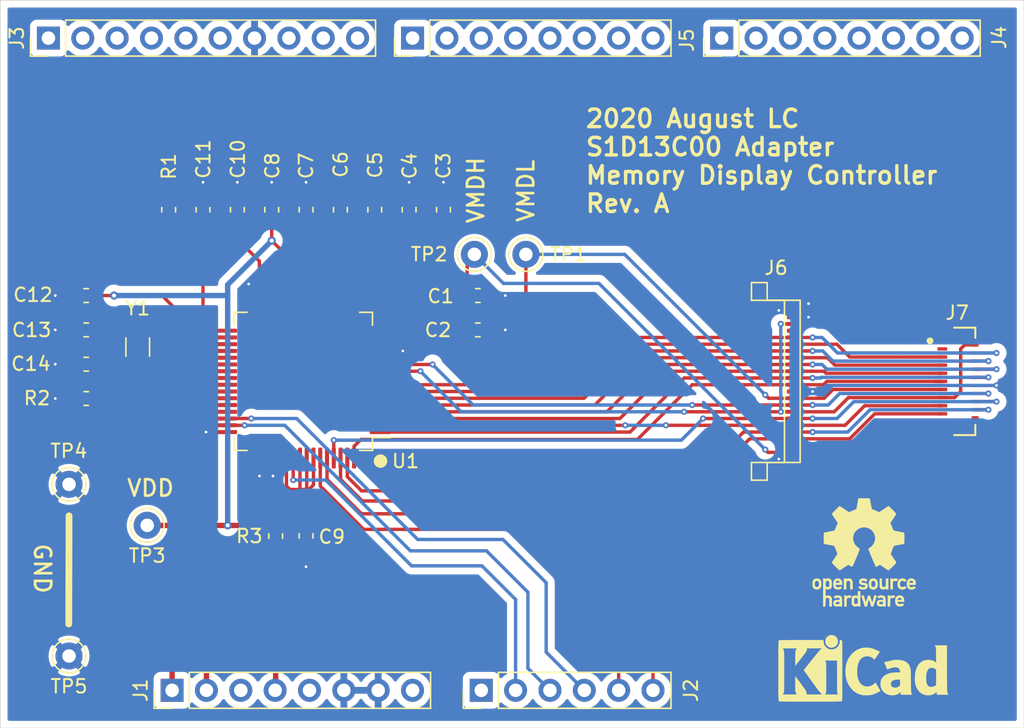
<source format=kicad_pcb>
(kicad_pcb (version 20171130) (host pcbnew "(5.1.5)-3")
  (layers (0 F.Cu signal) (31 B.Cu signal) (34 B.Paste user hide) (35 F.Paste user hide) (36 B.SilkS user) (37 F.SilkS user) (38 B.Mask user) (39 F.Mask user) (44 Edge.Cuts user))
  (net 0 "")
  (net 1 GND)
  (net 2 VDD)
  (net 3 "/Arduino Mega Header/VIN")
  (net 4 "/Arduino Mega Header/+5V")
  (net 5 "/Arduino Mega Header/RESET")
  (net 6 "Net-(J2-Pad1)")
  (net 7 "Net-(J3-Pad8)")
  (net 8 "Net-(J3-Pad6)")
  (net 9 "Net-(J3-Pad5)")
  (net 10 "Net-(J3-Pad4)")
  (net 11 "Net-(J3-Pad3)")
  (net 12 "Net-(J3-Pad2)")
  (net 13 "Net-(J3-Pad1)")
  (net 14 "Net-(J4-Pad8)")
  (net 15 "Net-(J4-Pad6)")
  (net 16 "Net-(J4-Pad5)")
  (net 17 "Net-(J4-Pad4)")
  (net 18 "Net-(J4-Pad3)")
  (net 19 "Net-(J4-Pad2)")
  (net 20 "Net-(J4-Pad1)")
  (net 21 "Net-(J6-Pad3)")
  (net 22 "Net-(U1-Pad45)")
  (net 23 "Net-(U1-Pad44)")
  (net 24 "Net-(U1-Pad43)")
  (net 25 "Net-(U1-Pad42)")
  (net 26 "Net-(U1-Pad41)")
  (net 27 "Net-(U1-Pad40)")
  (net 28 "Net-(U1-Pad39)")
  (net 29 "Net-(U1-Pad38)")
  (net 30 "Net-(U1-Pad30)")
  (net 31 "Net-(U1-Pad29)")
  (net 32 "Net-(U1-Pad28)")
  (net 33 "Net-(U1-Pad27)")
  (net 34 "Net-(U1-Pad26)")
  (net 35 "Net-(U1-Pad25)")
  (net 36 "Net-(U1-Pad24)")
  (net 37 "Net-(U1-Pad23)")
  (net 38 VMDH)
  (net 39 VMDL)
  (net 40 HCK)
  (net 41 XFRP)
  (net 42 XRST)
  (net 43 VCK)
  (net 44 RED1)
  (net 45 GRN1)
  (net 46 BLU1)
  (net 47 VCOM)
  (net 48 HST)
  (net 49 ENB)
  (net 50 VST)
  (net 51 RED0)
  (net 52 GRN0)
  (net 53 BLU0)
  (net 54 "#SS")
  (net 55 SCLK)
  (net 56 IRQ)
  (net 57 MISO)
  (net 58 MOSI)
  (net 59 "Net-(J5-Pad3)")
  (net 60 "Net-(J7-Pad2)")
  (net 61 "Net-(J7-Pad19)")
  (net 62 "Net-(J7-Pad21)")
  (net 63 "/Memory Display Controller/VC3")
  (net 64 "/Memory Display Controller/VC2")
  (net 65 "/Memory Display Controller/CP1")
  (net 66 "/Memory Display Controller/CP3")
  (net 67 "/Memory Display Controller/CP2")
  (net 68 "/Memory Display Controller/VC1")
  (net 69 "/Memory Display Controller/VD1")
  (net 70 "/Memory Display Controller/#RESET")
  (net 71 "/Memory Display Controller/OSC1")
  (net 72 "/Memory Display Controller/OSC2")
  (net 73 "/Memory Display Controller/TEST")
  (net 74 "Net-(J3-Pad10)")
  (net 75 "Net-(J3-Pad9)")
  (net 76 "Net-(J4-Pad7)")
  (net 77 "Net-(J5-Pad1)")
  (net 78 "Net-(J5-Pad2)")
  (net 79 "Net-(J5-Pad4)")
  (net 80 "Net-(J5-Pad5)")
  (net 81 "Net-(J5-Pad6)")
  (net 82 "Net-(J5-Pad7)")
  (net 83 "Net-(J5-Pad8)")
  (net 84 "Net-(J6-Pad20)")
  (net 85 "Net-(J1-Pad1)")
  (module Symbol:OSHW-Logo_7.5x8mm_SilkScreen (layer F.Cu) (at 155.3 88.85)
    (fp_text reference REF** hide)
    (fp_text value OSHW-Logo_7.5x8mm_SilkScreen hide)
  )
  (module Symbol:KiCad-Logo_5mm_SilkScreen (layer F.Cu) (at 155.25 97.95)
    (fp_text reference REF** hide)
    (fp_text value KiCad-Logo_5mm_SilkScreen hide)
  )
  (module Package_QFP:LQFP-64_10x10mm_P0.5mm (layer F.Cu) (at 113.846 76.2 180)
    (fp_text reference U1 (at -7.554 -5.9) (layer F.SilkS))
    (fp_text value S1D13C00)
    (pad 64 smd roundrect (at -3.75 -5.675 180) (size 0.3 1.55) (layers F.Cu F.Paste F.Mask) (net 48 HST))
    (pad 63 smd roundrect (at -3.25 -5.675 180) (size 0.3 1.55) (layers F.Cu F.Paste F.Mask) (net 43 VCK))
    (pad 62 smd roundrect (at -2.75 -5.675 180) (size 0.3 1.55) (layers F.Cu F.Paste F.Mask) (net 50 VST))
    (pad 61 smd roundrect (at -2.25 -5.675 180) (size 0.3 1.55) (layers F.Cu F.Paste F.Mask) (net 42 XRST))
    (pad 60 smd roundrect (at -1.75 -5.675 180) (size 0.3 1.55) (layers F.Cu F.Paste F.Mask) (net 54 "#SS"))
    (pad 59 smd roundrect (at -1.25 -5.675 180) (size 0.3 1.55) (layers F.Cu F.Paste F.Mask) (net 55 SCLK))
    (pad 58 smd roundrect (at -0.75 -5.675 180) (size 0.3 1.55) (layers F.Cu F.Paste F.Mask) (net 2 VDD))
    (pad 57 smd roundrect (at -0.25 -5.675 180) (size 0.3 1.55) (layers F.Cu F.Paste F.Mask) (net 2 VDD))
    (pad 56 smd roundrect (at 0.25 -5.675 180) (size 0.3 1.55) (layers F.Cu F.Paste F.Mask) (net 2 VDD))
    (pad 55 smd roundrect (at 0.75 -5.675 180) (size 0.3 1.55) (layers F.Cu F.Paste F.Mask) (net 56 IRQ))
    (pad 54 smd roundrect (at 1.25 -5.675 180) (size 0.3 1.55) (layers F.Cu F.Paste F.Mask) (net 2 VDD))
    (pad 53 smd roundrect (at 1.75 -5.675 180) (size 0.3 1.55) (layers F.Cu F.Paste F.Mask) (net 1 GND))
    (pad 52 smd roundrect (at 2.25 -5.675 180) (size 0.3 1.55) (layers F.Cu F.Paste F.Mask) (net 1 GND))
    (pad 51 smd roundrect (at 2.75 -5.675 180) (size 0.3 1.55) (layers F.Cu F.Paste F.Mask) (net 1 GND))
    (pad 50 smd roundrect (at 3.25 -5.675 180) (size 0.3 1.55) (layers F.Cu F.Paste F.Mask) (net 1 GND))
    (pad 49 smd roundrect (at 3.75 -5.675 180) (size 0.3 1.55) (layers F.Cu F.Paste F.Mask) (net 1 GND))
    (pad 48 smd roundrect (at 5.675 -3.75 180) (size 1.55 0.3) (layers F.Cu F.Paste F.Mask) (net 1 GND))
    (pad 47 smd roundrect (at 5.675 -3.25 180) (size 1.55 0.3) (layers F.Cu F.Paste F.Mask) (net 57 MISO))
    (pad 46 smd roundrect (at 5.675 -2.75 180) (size 1.55 0.3) (layers F.Cu F.Paste F.Mask) (net 58 MOSI))
    (pad 45 smd roundrect (at 5.675 -2.25 180) (size 1.55 0.3) (layers F.Cu F.Paste F.Mask) (net 22 "Net-(U1-Pad45)"))
    (pad 44 smd roundrect (at 5.675 -1.75 180) (size 1.55 0.3) (layers F.Cu F.Paste F.Mask) (net 23 "Net-(U1-Pad44)"))
    (pad 43 smd roundrect (at 5.675 -1.25 180) (size 1.55 0.3) (layers F.Cu F.Paste F.Mask) (net 24 "Net-(U1-Pad43)"))
    (pad 42 smd roundrect (at 5.675 -0.75 180) (size 1.55 0.3) (layers F.Cu F.Paste F.Mask) (net 25 "Net-(U1-Pad42)"))
    (pad 41 smd roundrect (at 5.675 -0.25 180) (size 1.55 0.3) (layers F.Cu F.Paste F.Mask) (net 26 "Net-(U1-Pad41)"))
    (pad 40 smd roundrect (at 5.675 0.25 180) (size 1.55 0.3) (layers F.Cu F.Paste F.Mask) (net 27 "Net-(U1-Pad40)"))
    (pad 39 smd roundrect (at 5.675 0.75 180) (size 1.55 0.3) (layers F.Cu F.Paste F.Mask) (net 28 "Net-(U1-Pad39)"))
    (pad 38 smd roundrect (at 5.675 1.25 180) (size 1.55 0.3) (layers F.Cu F.Paste F.Mask) (net 29 "Net-(U1-Pad38)"))
    (pad 37 smd roundrect (at 5.675 1.75 180) (size 1.55 0.3) (layers F.Cu F.Paste F.Mask) (net 73 "/Memory Display Controller/TEST"))
    (pad 36 smd roundrect (at 5.675 2.25 180) (size 1.55 0.3) (layers F.Cu F.Paste F.Mask) (net 72 "/Memory Display Controller/OSC2"))
    (pad 35 smd roundrect (at 5.675 2.75 180) (size 1.55 0.3) (layers F.Cu F.Paste F.Mask) (net 71 "/Memory Display Controller/OSC1"))
    (pad 34 smd roundrect (at 5.675 3.25 180) (size 1.55 0.3) (layers F.Cu F.Paste F.Mask) (net 2 VDD))
    (pad 33 smd roundrect (at 5.675 3.75 180) (size 1.55 0.3) (layers F.Cu F.Paste F.Mask) (net 70 "/Memory Display Controller/#RESET"))
    (pad 32 smd roundrect (at 3.75 5.675 180) (size 0.3 1.55) (layers F.Cu F.Paste F.Mask) (net 1 GND))
    (pad 31 smd roundrect (at 3.25 5.675 180) (size 0.3 1.55) (layers F.Cu F.Paste F.Mask) (net 69 "/Memory Display Controller/VD1"))
    (pad 30 smd roundrect (at 2.75 5.675 180) (size 0.3 1.55) (layers F.Cu F.Paste F.Mask) (net 30 "Net-(U1-Pad30)"))
    (pad 29 smd roundrect (at 2.25 5.675 180) (size 0.3 1.55) (layers F.Cu F.Paste F.Mask) (net 31 "Net-(U1-Pad29)"))
    (pad 28 smd roundrect (at 1.75 5.675 180) (size 0.3 1.55) (layers F.Cu F.Paste F.Mask) (net 32 "Net-(U1-Pad28)"))
    (pad 27 smd roundrect (at 1.25 5.675 180) (size 0.3 1.55) (layers F.Cu F.Paste F.Mask) (net 33 "Net-(U1-Pad27)"))
    (pad 26 smd roundrect (at 0.75 5.675 180) (size 0.3 1.55) (layers F.Cu F.Paste F.Mask) (net 34 "Net-(U1-Pad26)"))
    (pad 25 smd roundrect (at 0.25 5.675 180) (size 0.3 1.55) (layers F.Cu F.Paste F.Mask) (net 35 "Net-(U1-Pad25)"))
    (pad 24 smd roundrect (at -0.25 5.675 180) (size 0.3 1.55) (layers F.Cu F.Paste F.Mask) (net 36 "Net-(U1-Pad24)"))
    (pad 23 smd roundrect (at -0.75 5.675 180) (size 0.3 1.55) (layers F.Cu F.Paste F.Mask) (net 37 "Net-(U1-Pad23)"))
    (pad 22 smd roundrect (at -1.25 5.675 180) (size 0.3 1.55) (layers F.Cu F.Paste F.Mask) (net 2 VDD))
    (pad 21 smd roundrect (at -1.75 5.675 180) (size 0.3 1.55) (layers F.Cu F.Paste F.Mask) (net 68 "/Memory Display Controller/VC1"))
    (pad 20 smd roundrect (at -2.25 5.675 180) (size 0.3 1.55) (layers F.Cu F.Paste F.Mask) (net 65 "/Memory Display Controller/CP1"))
    (pad 19 smd roundrect (at -2.75 5.675 180) (size 0.3 1.55) (layers F.Cu F.Paste F.Mask) (net 67 "/Memory Display Controller/CP2"))
    (pad 18 smd roundrect (at -3.25 5.675 180) (size 0.3 1.55) (layers F.Cu F.Paste F.Mask) (net 66 "/Memory Display Controller/CP3"))
    (pad 17 smd roundrect (at -3.75 5.675 180) (size 0.3 1.55) (layers F.Cu F.Paste F.Mask) (net 64 "/Memory Display Controller/VC2"))
    (pad 16 smd roundrect (at -5.675 3.75 180) (size 1.55 0.3) (layers F.Cu F.Paste F.Mask) (net 63 "/Memory Display Controller/VC3"))
    (pad 15 smd roundrect (at -5.675 3.25 180) (size 1.55 0.3) (layers F.Cu F.Paste F.Mask) (net 38 VMDH))
    (pad 14 smd roundrect (at -5.675 2.75 180) (size 1.55 0.3) (layers F.Cu F.Paste F.Mask) (net 39 VMDL))
    (pad 13 smd roundrect (at -5.675 2.25 180) (size 1.55 0.3) (layers F.Cu F.Paste F.Mask) (net 1 GND))
    (pad 12 smd roundrect (at -5.675 1.75 180) (size 1.55 0.3) (layers F.Cu F.Paste F.Mask) (net 39 VMDL))
    (pad 11 smd roundrect (at -5.675 1.25 180) (size 1.55 0.3) (layers F.Cu F.Paste F.Mask) (net 41 XFRP))
    (pad 10 smd roundrect (at -5.675 0.75 180) (size 1.55 0.3) (layers F.Cu F.Paste F.Mask) (net 47 VCOM))
    (pad 9 smd roundrect (at -5.675 0.25 180) (size 1.55 0.3) (layers F.Cu F.Paste F.Mask) (net 39 VMDL))
    (pad 8 smd roundrect (at -5.675 -0.25 180) (size 1.55 0.3) (layers F.Cu F.Paste F.Mask) (net 46 BLU1))
    (pad 7 smd roundrect (at -5.675 -0.75 180) (size 1.55 0.3) (layers F.Cu F.Paste F.Mask) (net 53 BLU0))
    (pad 6 smd roundrect (at -5.675 -1.25 180) (size 1.55 0.3) (layers F.Cu F.Paste F.Mask) (net 45 GRN1))
    (pad 5 smd roundrect (at -5.675 -1.75 180) (size 1.55 0.3) (layers F.Cu F.Paste F.Mask) (net 52 GRN0))
    (pad 4 smd roundrect (at -5.675 -2.25 180) (size 1.55 0.3) (layers F.Cu F.Paste F.Mask) (net 44 RED1))
    (pad 3 smd roundrect (at -5.675 -2.75 180) (size 1.55 0.3) (layers F.Cu F.Paste F.Mask) (net 51 RED0))
    (pad 2 smd roundrect (at -5.675 -3.25 180) (size 1.55 0.3) (layers F.Cu F.Paste F.Mask) (net 49 ENB))
    (pad 1 smd roundrect (at -5.675 -3.75 180) (size 1.55 0.3) (layers F.Cu F.Paste F.Mask) (net 40 HCK))
  )
  (module Resistor_SMD:R_0603_1608Metric (layer F.Cu) (at 111.8 87.65 270)
    (fp_text reference R3 (at 0 1.95 180) (layer F.SilkS))
    (fp_text value 10R)
    (pad 2 smd roundrect (at 0.7875 0 270) (size 0.875 0.95) (layers F.Cu F.Paste F.Mask) (net 85 "Net-(J1-Pad1)"))
    (pad 1 smd roundrect (at -0.7875 0 270) (size 0.875 0.95) (layers F.Cu F.Paste F.Mask) (net 2 VDD))
  )
  (module lC_lib:Molex-503566-2100 (layer F.Cu) (at 162.306 76.2 270)
    (fp_text reference J7 (at -5.075001 -0.844 180) (layer F.SilkS) (effects (justify right)))
    (fp_text value Conn_01x21 hide)
    (pad 10 smd rect (at 0.299999 -1.214999 270) (size 0.249999 0.519999) (layers F.Cu F.Paste F.Mask) (net 1 GND))
    (pad 12 smd rect (at -0.300002 -1.214999 270) (size 0.249999 0.519999) (layers F.Cu F.Paste F.Mask) (net 40 HCK))
    (pad 14 smd rect (at -0.900001 -1.214999 270) (size 0.249999 0.519999) (layers F.Cu F.Paste F.Mask) (net 44 RED1))
    (pad 16 smd rect (at -1.500002 -1.214999 270) (size 0.249999 0.519999) (layers F.Cu F.Paste F.Mask) (net 45 GRN1))
    (pad 18 smd rect (at -2.100001 -1.214999 270) (size 0.249999 0.519999) (layers F.Cu F.Paste F.Mask) (net 46 BLU1))
    (pad 20 smd rect (at -2.700002 -1.214999 270) (size 0.249999 0.519999) (layers F.Cu F.Paste F.Mask) (net 47 VCOM))
    (pad 8 smd rect (at 0.899998 -1.214999 270) (size 0.249999 0.519999) (layers F.Cu F.Paste F.Mask) (net 41 XFRP))
    (pad 6 smd rect (at 1.499997 -1.214999 270) (size 0.249999 0.519999) (layers F.Cu F.Paste F.Mask) (net 42 XRST))
    (pad 4 smd rect (at 2.099998 -1.214999 270) (size 0.249999 0.519999) (layers F.Cu F.Paste F.Mask) (net 43 VCK))
    (pad 2 smd rect (at 2.699997 -1.214999 270) (size 0.249999 0.519999) (layers F.Cu F.Paste F.Mask) (net 60 "Net-(J7-Pad2)"))
    (pad 11 smd rect (at 0.000001 1.214999 270) (size 0.249999 0.720001) (layers F.Cu F.Paste F.Mask) (net 48 HST))
    (pad 13 smd rect (at -0.599999 1.214999 270) (size 0.249999 0.720001) (layers F.Cu F.Paste F.Mask) (net 51 RED0))
    (pad 15 smd rect (at -1.2 1.214999 270) (size 0.249999 0.720001) (layers F.Cu F.Paste F.Mask) (net 52 GRN0))
    (pad 17 smd rect (at -1.799999 1.214999 270) (size 0.249999 0.720001) (layers F.Cu F.Paste F.Mask) (net 53 BLU0))
    (pad 19 smd rect (at -2.4 1.214999 270) (size 0.249999 0.720001) (layers F.Cu F.Paste F.Mask) (net 61 "Net-(J7-Pad19)"))
    (pad 21 smd rect (at -2.999999 1.214999 270) (size 0.249999 0.720001) (layers F.Cu F.Paste F.Mask) (net 62 "Net-(J7-Pad21)"))
    (pad 9 smd rect (at 0.600001 1.214999 270) (size 0.249999 0.720001) (layers F.Cu F.Paste F.Mask) (net 39 VMDL))
    (pad 7 smd rect (at 1.2 1.214999 270) (size 0.249999 0.720001) (layers F.Cu F.Paste F.Mask) (net 47 VCOM))
    (pad 5 smd rect (at 1.799999 1.214999 270) (size 0.249999 0.720001) (layers F.Cu F.Paste F.Mask) (net 49 ENB))
    (pad 3 smd rect (at 2.4 1.214999 270) (size 0.249999 0.720001) (layers F.Cu F.Paste F.Mask) (net 50 VST))
    (pad 1 smd rect (at 2.999999 1.214999 270) (size 0.249999 0.720001) (layers F.Cu F.Paste F.Mask) (net 38 VMDH))
    (pad 0 smd rect (at -3.71 1.15 270) (size 0.299999 0.850001) (layers F.Cu F.Paste F.Mask))
    (pad 0 smd rect (at 3.71 1.15 270) (size 0.299999 0.850001) (layers F.Cu F.Paste F.Mask))
  )
  (module Resistor_SMD:R_0603_1608Metric (layer F.Cu) (at 97.79 77.47 180)
    (fp_text reference R2 (at 3.64 0.02) (layer F.SilkS))
    (fp_text value 1k)
    (pad 2 smd roundrect (at 0.7875 0 180) (size 0.875 0.95) (layers F.Cu F.Paste F.Mask) (net 1 GND))
    (pad 1 smd roundrect (at -0.7875 0 180) (size 0.875 0.95) (layers F.Cu F.Paste F.Mask) (net 73 "/Memory Display Controller/TEST"))
  )
  (module Resistor_SMD:R_0603_1608Metric (layer F.Cu) (at 103.886 63.5 270)
    (fp_text reference R1 (at -3.2 -0.014 90) (layer F.SilkS))
    (fp_text value 10k)
    (pad 2 smd roundrect (at 0.7875 0 270) (size 0.875 0.95) (layers F.Cu F.Paste F.Mask) (net 70 "/Memory Display Controller/#RESET"))
    (pad 1 smd roundrect (at -0.7875 0 270) (size 0.875 0.95) (layers F.Cu F.Paste F.Mask) (net 2 VDD))
  )
  (module Capacitor_SMD:C_0603_1608Metric (layer F.Cu) (at 97.79 74.93 180)
    (fp_text reference C14 (at 4.09 0.03) (layer F.SilkS))
    (fp_text value 10p)
    (pad 2 smd roundrect (at 0.7875 0 180) (size 0.875 0.95) (layers F.Cu F.Paste F.Mask) (net 1 GND))
    (pad 1 smd roundrect (at -0.7875 0 180) (size 0.875 0.95) (layers F.Cu F.Paste F.Mask) (net 72 "/Memory Display Controller/OSC2"))
  )
  (module Capacitor_SMD:C_0603_1608Metric (layer F.Cu) (at 97.79 72.39 180)
    (fp_text reference C13 (at 4.04 -0.01) (layer F.SilkS))
    (fp_text value 10p)
    (pad 2 smd roundrect (at 0.7875 0 180) (size 0.875 0.95) (layers F.Cu F.Paste F.Mask) (net 1 GND))
    (pad 1 smd roundrect (at -0.7875 0 180) (size 0.875 0.95) (layers F.Cu F.Paste F.Mask) (net 71 "/Memory Display Controller/OSC1"))
  )
  (module Capacitor_SMD:C_0603_1608Metric (layer F.Cu) (at 97.79 69.85 180)
    (fp_text reference C12 (at 3.94 0.05) (layer F.SilkS))
    (fp_text value 3.3u)
    (pad 2 smd roundrect (at 0.7875 0 180) (size 0.875 0.95) (layers F.Cu F.Paste F.Mask) (net 1 GND))
    (pad 1 smd roundrect (at -0.7875 0 180) (size 0.875 0.95) (layers F.Cu F.Paste F.Mask) (net 2 VDD))
  )
  (module Capacitor_SMD:C_0603_1608Metric (layer F.Cu) (at 106.426 63.5 90)
    (fp_text reference C11 (at 3.75 0.024 90) (layer F.SilkS))
    (fp_text value 100n)
    (pad 2 smd roundrect (at 0.7875 0 90) (size 0.875 0.95) (layers F.Cu F.Paste F.Mask) (net 1 GND))
    (pad 1 smd roundrect (at -0.7875 0 90) (size 0.875 0.95) (layers F.Cu F.Paste F.Mask) (net 70 "/Memory Display Controller/#RESET"))
  )
  (module Capacitor_SMD:C_0603_1608Metric (layer F.Cu) (at 108.966 63.5 90)
    (fp_text reference C10 (at 3.75 0.034 90) (layer F.SilkS))
    (fp_text value 1u)
    (pad 2 smd roundrect (at 0.7875 0 90) (size 0.875 0.95) (layers F.Cu F.Paste F.Mask) (net 1 GND))
    (pad 1 smd roundrect (at -0.7875 0 90) (size 0.875 0.95) (layers F.Cu F.Paste F.Mask) (net 69 "/Memory Display Controller/VD1"))
  )
  (module Capacitor_SMD:C_0603_1608Metric (layer F.Cu) (at 114.046 87.63 270)
    (fp_text reference C9 (at 0.07 -1.904 180) (layer F.SilkS))
    (fp_text value 3.3u)
    (pad 2 smd roundrect (at 0.7875 0 270) (size 0.875 0.95) (layers F.Cu F.Paste F.Mask) (net 1 GND))
    (pad 1 smd roundrect (at -0.7875 0 270) (size 0.875 0.95) (layers F.Cu F.Paste F.Mask) (net 2 VDD))
  )
  (module Capacitor_SMD:C_0603_1608Metric (layer F.Cu) (at 111.506 63.5 90)
    (fp_text reference C8 (at 3.25 0.044 90) (layer F.SilkS))
    (fp_text value 100n)
    (pad 2 smd roundrect (at 0.7875 0 90) (size 0.875 0.95) (layers F.Cu F.Paste F.Mask) (net 1 GND))
    (pad 1 smd roundrect (at -0.7875 0 90) (size 0.875 0.95) (layers F.Cu F.Paste F.Mask) (net 2 VDD))
  )
  (module Capacitor_SMD:C_0603_1608Metric (layer F.Cu) (at 114.046 63.5 90)
    (fp_text reference C7 (at 3.25 0.004 90) (layer F.SilkS))
    (fp_text value 1u)
    (pad 2 smd roundrect (at 0.7875 0 90) (size 0.875 0.95) (layers F.Cu F.Paste F.Mask) (net 1 GND))
    (pad 1 smd roundrect (at -0.7875 0 90) (size 0.875 0.95) (layers F.Cu F.Paste F.Mask) (net 68 "/Memory Display Controller/VC1"))
  )
  (module Capacitor_SMD:C_0603_1608Metric (layer F.Cu) (at 116.586 63.5 90)
    (fp_text reference C6 (at 3.35 0.014 90) (layer F.SilkS))
    (fp_text value 1u)
    (pad 2 smd roundrect (at 0.7875 0 90) (size 0.875 0.95) (layers F.Cu F.Paste F.Mask) (net 65 "/Memory Display Controller/CP1"))
    (pad 1 smd roundrect (at -0.7875 0 90) (size 0.875 0.95) (layers F.Cu F.Paste F.Mask) (net 67 "/Memory Display Controller/CP2"))
  )
  (module Capacitor_SMD:C_0603_1608Metric (layer F.Cu) (at 119.126 63.5 90)
    (fp_text reference C5 (at 3.3 0.024 90) (layer F.SilkS))
    (fp_text value 1u)
    (pad 2 smd roundrect (at 0.7875 0 90) (size 0.875 0.95) (layers F.Cu F.Paste F.Mask) (net 65 "/Memory Display Controller/CP1"))
    (pad 1 smd roundrect (at -0.7875 0 90) (size 0.875 0.95) (layers F.Cu F.Paste F.Mask) (net 66 "/Memory Display Controller/CP3"))
  )
  (module Capacitor_SMD:C_0603_1608Metric (layer F.Cu) (at 121.666 63.5 90)
    (fp_text reference C4 (at 3.25 0.034 90) (layer F.SilkS))
    (fp_text value 1u)
    (pad 2 smd roundrect (at 0.7875 0 90) (size 0.875 0.95) (layers F.Cu F.Paste F.Mask) (net 1 GND))
    (pad 1 smd roundrect (at -0.7875 0 90) (size 0.875 0.95) (layers F.Cu F.Paste F.Mask) (net 64 "/Memory Display Controller/VC2"))
  )
  (module Capacitor_SMD:C_0603_1608Metric (layer F.Cu) (at 124.206 63.5 90)
    (fp_text reference C3 (at 3.25 -0.006 90) (layer F.SilkS))
    (fp_text value 1u)
    (pad 2 smd roundrect (at 0.7875 0 90) (size 0.875 0.95) (layers F.Cu F.Paste F.Mask) (net 1 GND))
    (pad 1 smd roundrect (at -0.7875 0 90) (size 0.875 0.95) (layers F.Cu F.Paste F.Mask) (net 63 "/Memory Display Controller/VC3"))
  )
  (module Capacitor_SMD:C_0603_1608Metric (layer F.Cu) (at 126.746 72.39)
    (fp_text reference C2 (at -2.946 0.01) (layer F.SilkS))
    (fp_text value 1u)
    (pad 2 smd roundrect (at 0.7875 0) (size 0.875 0.95) (layers F.Cu F.Paste F.Mask) (net 1 GND))
    (pad 1 smd roundrect (at -0.7875 0) (size 0.875 0.95) (layers F.Cu F.Paste F.Mask) (net 39 VMDL))
  )
  (module Capacitor_SMD:C_0603_1608Metric (layer F.Cu) (at 126.746 69.85)
    (fp_text reference C1 (at -2.746 0.05) (layer F.SilkS))
    (fp_text value 1u)
    (pad 2 smd roundrect (at 0.7875 0) (size 0.875 0.95) (layers F.Cu F.Paste F.Mask) (net 1 GND))
    (pad 1 smd roundrect (at -0.7875 0) (size 0.875 0.95) (layers F.Cu F.Paste F.Mask) (net 38 VMDH))
  )
  (module Connector_Pin:Pin_D1.0mm_L10.0mm (layer F.Cu) (at 96.52 96.52)
    (fp_text reference TP5 (at 0 2.25) (layer F.SilkS))
    (fp_text value TestPoint)
    (pad 1 thru_hole circle (at 0 0) (size 2 2) (drill 1) (layers *.Cu *.Mask) (net 1 GND))
  )
  (module Connector_Pin:Pin_D1.0mm_L10.0mm (layer F.Cu) (at 96.52 83.82)
    (fp_text reference TP4 (at -0.02 -2.47) (layer F.SilkS))
    (fp_text value TestPoint)
    (pad 1 thru_hole circle (at 0 0) (size 2 2) (drill 1) (layers *.Cu *.Mask) (net 1 GND))
  )
  (module Connector_Pin:Pin_D1.0mm_L10.0mm (layer F.Cu) (at 102.3 86.85)
    (fp_text reference TP3 (at 0 2.25) (layer F.SilkS))
    (fp_text value TestPoint)
    (pad 1 thru_hole circle (at 0 0) (size 2 2) (drill 1) (layers *.Cu *.Mask) (net 2 VDD))
  )
  (module Connector_Pin:Pin_D1.0mm_L10.0mm (layer F.Cu) (at 126.492 66.802)
    (fp_text reference TP2 (at -3.342 -0.002) (layer F.SilkS))
    (fp_text value TestPoint)
    (pad 1 thru_hole circle (at 0 0) (size 2 2) (drill 1) (layers *.Cu *.Mask) (net 38 VMDH))
  )
  (module Connector_Pin:Pin_D1.0mm_L10.0mm (layer F.Cu) (at 130.302 66.802)
    (fp_text reference TP1 (at 3.148 -0.002) (layer F.SilkS))
    (fp_text value TestPoint)
    (pad 1 thru_hole circle (at 0 0) (size 2 2) (drill 1) (layers *.Cu *.Mask) (net 39 VMDL))
  )
  (module "lC_lib:FH34SRJ-24S-0.5SH(99)" (layer F.Cu) (at 150 76.2 270)
    (fp_text reference J6 (at -8.4 1.2 180) (layer F.SilkS))
    (fp_text value Conn_01x24)
    (pad 0 smd rect (at 6.75 2.5 270) (size 0.4 0.8) (layers F.Cu F.Paste F.Mask))
    (pad 0 smd rect (at -6.75 2.5 270) (size 0.4 0.8) (layers F.Cu F.Paste F.Mask))
    (pad 1 smd rect (at 5.75 0 270) (size 0.3 0.8) (layers F.Cu F.Paste F.Mask) (net 1 GND))
    (pad 2 smd rect (at 5.25 0 270) (size 0.3 0.8) (layers F.Cu F.Paste F.Mask) (net 38 VMDH))
    (pad 3 smd rect (at 4.75 0 270) (size 0.3 0.8) (layers F.Cu F.Paste F.Mask) (net 21 "Net-(J6-Pad3)"))
    (pad 4 smd rect (at 4.25 0 270) (size 0.3 0.8) (layers F.Cu F.Paste F.Mask) (net 50 VST))
    (pad 5 smd rect (at 3.75 0 270) (size 0.3 0.8) (layers F.Cu F.Paste F.Mask) (net 43 VCK))
    (pad 6 smd rect (at 3.25 0 270) (size 0.3 0.8) (layers F.Cu F.Paste F.Mask) (net 49 ENB))
    (pad 7 smd rect (at 2.75 0 270) (size 0.3 0.8) (layers F.Cu F.Paste F.Mask) (net 42 XRST))
    (pad 8 smd rect (at 2.25 0 270) (size 0.3 0.8) (layers F.Cu F.Paste F.Mask) (net 47 VCOM))
    (pad 9 smd rect (at 1.75 0 270) (size 0.3 0.8) (layers F.Cu F.Paste F.Mask) (net 41 XFRP))
    (pad 10 smd rect (at 1.25 0 270) (size 0.3 0.8) (layers F.Cu F.Paste F.Mask) (net 39 VMDL))
    (pad 11 smd rect (at 0.75 0 270) (size 0.3 0.8) (layers F.Cu F.Paste F.Mask) (net 1 GND))
    (pad 12 smd rect (at 0.25 0 270) (size 0.3 0.8) (layers F.Cu F.Paste F.Mask) (net 48 HST))
    (pad 13 smd rect (at -0.25 0 270) (size 0.3 0.8) (layers F.Cu F.Paste F.Mask) (net 40 HCK))
    (pad 14 smd rect (at -0.75 0 270) (size 0.3 0.8) (layers F.Cu F.Paste F.Mask) (net 51 RED0))
    (pad 15 smd rect (at -1.25 0 270) (size 0.3 0.8) (layers F.Cu F.Paste F.Mask) (net 44 RED1))
    (pad 16 smd rect (at -1.75 0 270) (size 0.3 0.8) (layers F.Cu F.Paste F.Mask) (net 52 GRN0))
    (pad 17 smd rect (at -2.25 0 270) (size 0.3 0.8) (layers F.Cu F.Paste F.Mask) (net 45 GRN1))
    (pad 18 smd rect (at -2.75 0 270) (size 0.3 0.8) (layers F.Cu F.Paste F.Mask) (net 53 BLU0))
    (pad 19 smd rect (at -3.25 0 270) (size 0.3 0.8) (layers F.Cu F.Paste F.Mask) (net 46 BLU1))
    (pad 20 smd rect (at -3.75 0 270) (size 0.3 0.8) (layers F.Cu F.Paste F.Mask) (net 84 "Net-(J6-Pad20)"))
    (pad 21 smd rect (at -4.25 0 270) (size 0.3 0.8) (layers F.Cu F.Paste F.Mask) (net 47 VCOM))
    (pad 22 smd rect (at -4.75 0 270) (size 0.3 0.8) (layers F.Cu F.Paste F.Mask) (net 1 GND))
    (pad 23 smd rect (at -5.25 0 270) (size 0.3 0.8) (layers F.Cu F.Paste F.Mask) (net 1 GND))
    (pad 24 smd rect (at -5.75 0 270) (size 0.3 0.8) (layers F.Cu F.Paste F.Mask) (net 1 GND))
  )
  (module Crystal:Crystal_SMD_3215-2Pin_3.2x1.5mm (layer F.Cu) (at 101.6 73.66 90)
    (fp_text reference Y1 (at 2.86 0 180) (layer F.SilkS))
    (fp_text value Crystal)
    (pad 2 smd rect (at -1.25 0 90) (size 1 1.8) (layers F.Cu F.Paste F.Mask) (net 72 "/Memory Display Controller/OSC2"))
    (pad 1 smd rect (at 1.25 0 90) (size 1 1.8) (layers F.Cu F.Paste F.Mask) (net 71 "/Memory Display Controller/OSC1"))
  )
  (module Connector_PinHeader_2.54mm:PinHeader_1x08_P2.54mm_Vertical (layer F.Cu) (at 121.92 50.8 90)
    (fp_text reference J5 (at -0.15 20.28 90) (layer F.SilkS))
    (fp_text value Conn_01x08)
    (pad 8 thru_hole oval (at 0 17.78 90) (size 1.7 1.7) (drill 1) (layers *.Cu *.Mask) (net 83 "Net-(J5-Pad8)"))
    (pad 7 thru_hole oval (at 0 15.24 90) (size 1.7 1.7) (drill 1) (layers *.Cu *.Mask) (net 82 "Net-(J5-Pad7)"))
    (pad 6 thru_hole oval (at 0 12.7 90) (size 1.7 1.7) (drill 1) (layers *.Cu *.Mask) (net 81 "Net-(J5-Pad6)"))
    (pad 5 thru_hole oval (at 0 10.16 90) (size 1.7 1.7) (drill 1) (layers *.Cu *.Mask) (net 80 "Net-(J5-Pad5)"))
    (pad 4 thru_hole oval (at 0 7.62 90) (size 1.7 1.7) (drill 1) (layers *.Cu *.Mask) (net 79 "Net-(J5-Pad4)"))
    (pad 3 thru_hole oval (at 0 5.08 90) (size 1.7 1.7) (drill 1) (layers *.Cu *.Mask) (net 59 "Net-(J5-Pad3)"))
    (pad 2 thru_hole oval (at 0 2.54 90) (size 1.7 1.7) (drill 1) (layers *.Cu *.Mask) (net 78 "Net-(J5-Pad2)"))
    (pad 1 thru_hole rect (at 0 0 90) (size 1.7 1.7) (drill 1) (layers *.Cu *.Mask) (net 77 "Net-(J5-Pad1)"))
  )
  (module Connector_PinHeader_2.54mm:PinHeader_1x10_P2.54mm_Vertical (layer F.Cu) (at 94.996 50.8 90)
    (fp_text reference J3 (at 0 -2.33 90) (layer F.SilkS))
    (fp_text value Conn_01x10)
    (pad 10 thru_hole oval (at 0 22.86 90) (size 1.7 1.7) (drill 1) (layers *.Cu *.Mask) (net 74 "Net-(J3-Pad10)"))
    (pad 9 thru_hole oval (at 0 20.32 90) (size 1.7 1.7) (drill 1) (layers *.Cu *.Mask) (net 75 "Net-(J3-Pad9)"))
    (pad 8 thru_hole oval (at 0 17.78 90) (size 1.7 1.7) (drill 1) (layers *.Cu *.Mask) (net 7 "Net-(J3-Pad8)"))
    (pad 7 thru_hole oval (at 0 15.24 90) (size 1.7 1.7) (drill 1) (layers *.Cu *.Mask) (net 1 GND))
    (pad 6 thru_hole oval (at 0 12.7 90) (size 1.7 1.7) (drill 1) (layers *.Cu *.Mask) (net 8 "Net-(J3-Pad6)"))
    (pad 5 thru_hole oval (at 0 10.16 90) (size 1.7 1.7) (drill 1) (layers *.Cu *.Mask) (net 9 "Net-(J3-Pad5)"))
    (pad 4 thru_hole oval (at 0 7.62 90) (size 1.7 1.7) (drill 1) (layers *.Cu *.Mask) (net 10 "Net-(J3-Pad4)"))
    (pad 3 thru_hole oval (at 0 5.08 90) (size 1.7 1.7) (drill 1) (layers *.Cu *.Mask) (net 11 "Net-(J3-Pad3)"))
    (pad 2 thru_hole oval (at 0 2.54 90) (size 1.7 1.7) (drill 1) (layers *.Cu *.Mask) (net 12 "Net-(J3-Pad2)"))
    (pad 1 thru_hole rect (at 0 0 90) (size 1.7 1.7) (drill 1) (layers *.Cu *.Mask) (net 13 "Net-(J3-Pad1)"))
  )
  (module Connector_PinHeader_2.54mm:PinHeader_1x08_P2.54mm_Vertical (layer F.Cu) (at 144.78 50.8 90)
    (fp_text reference J4 (at 0.05 20.52 90) (layer F.SilkS))
    (fp_text value Conn_01x08)
    (pad 8 thru_hole oval (at 0 17.78 90) (size 1.7 1.7) (drill 1) (layers *.Cu *.Mask) (net 14 "Net-(J4-Pad8)"))
    (pad 7 thru_hole oval (at 0 15.24 90) (size 1.7 1.7) (drill 1) (layers *.Cu *.Mask) (net 76 "Net-(J4-Pad7)"))
    (pad 6 thru_hole oval (at 0 12.7 90) (size 1.7 1.7) (drill 1) (layers *.Cu *.Mask) (net 15 "Net-(J4-Pad6)"))
    (pad 5 thru_hole oval (at 0 10.16 90) (size 1.7 1.7) (drill 1) (layers *.Cu *.Mask) (net 16 "Net-(J4-Pad5)"))
    (pad 4 thru_hole oval (at 0 7.62 90) (size 1.7 1.7) (drill 1) (layers *.Cu *.Mask) (net 17 "Net-(J4-Pad4)"))
    (pad 3 thru_hole oval (at 0 5.08 90) (size 1.7 1.7) (drill 1) (layers *.Cu *.Mask) (net 18 "Net-(J4-Pad3)"))
    (pad 2 thru_hole oval (at 0 2.54 90) (size 1.7 1.7) (drill 1) (layers *.Cu *.Mask) (net 19 "Net-(J4-Pad2)"))
    (pad 1 thru_hole rect (at 0 0 90) (size 1.7 1.7) (drill 1) (layers *.Cu *.Mask) (net 20 "Net-(J4-Pad1)"))
  )
  (module Connector_PinHeader_2.54mm:PinHeader_1x06_P2.54mm_Vertical (layer F.Cu) (at 127 99.06 90)
    (fp_text reference J2 (at 0 15.5 90) (layer F.SilkS))
    (fp_text value Conn_01x06)
    (pad 6 thru_hole oval (at 0 12.7 90) (size 1.7 1.7) (drill 1) (layers *.Cu *.Mask) (net 54 "#SS"))
    (pad 5 thru_hole oval (at 0 10.16 90) (size 1.7 1.7) (drill 1) (layers *.Cu *.Mask) (net 55 SCLK))
    (pad 4 thru_hole oval (at 0 7.62 90) (size 1.7 1.7) (drill 1) (layers *.Cu *.Mask) (net 58 MOSI))
    (pad 3 thru_hole oval (at 0 5.08 90) (size 1.7 1.7) (drill 1) (layers *.Cu *.Mask) (net 57 MISO))
    (pad 2 thru_hole oval (at 0 2.54 90) (size 1.7 1.7) (drill 1) (layers *.Cu *.Mask) (net 56 IRQ))
    (pad 1 thru_hole rect (at 0 0 90) (size 1.7 1.7) (drill 1) (layers *.Cu *.Mask) (net 6 "Net-(J2-Pad1)"))
  )
  (module Connector_PinHeader_2.54mm:PinHeader_1x08_P2.54mm_Vertical (layer F.Cu) (at 104.14 99.06 90)
    (fp_text reference J1 (at 0 -2.33 90) (layer F.SilkS))
    (fp_text value Conn_01x08)
    (pad 8 thru_hole oval (at 0 17.78 90) (size 1.7 1.7) (drill 1) (layers *.Cu *.Mask) (net 3 "/Arduino Mega Header/VIN"))
    (pad 7 thru_hole oval (at 0 15.24 90) (size 1.7 1.7) (drill 1) (layers *.Cu *.Mask) (net 1 GND))
    (pad 6 thru_hole oval (at 0 12.7 90) (size 1.7 1.7) (drill 1) (layers *.Cu *.Mask) (net 1 GND))
    (pad 5 thru_hole oval (at 0 10.16 90) (size 1.7 1.7) (drill 1) (layers *.Cu *.Mask) (net 4 "/Arduino Mega Header/+5V"))
    (pad 4 thru_hole oval (at 0 7.62 90) (size 1.7 1.7) (drill 1) (layers *.Cu *.Mask) (net 85 "Net-(J1-Pad1)"))
    (pad 3 thru_hole oval (at 0 5.08 90) (size 1.7 1.7) (drill 1) (layers *.Cu *.Mask) (net 5 "/Arduino Mega Header/RESET"))
    (pad 2 thru_hole oval (at 0 2.54 90) (size 1.7 1.7) (drill 1) (layers *.Cu *.Mask) (net 85 "Net-(J1-Pad1)"))
    (pad 1 thru_hole rect (at 0 0 90) (size 1.7 1.7) (drill 1) (layers *.Cu *.Mask) (net 85 "Net-(J1-Pad1)"))
  )
  (gr_text GND (at 94.55 90.05 270) (layer F.SilkS) (effects (font (size 1.2 1.2) (thickness 0.2))))
  (gr_line (start 96.52 86.15) (end 96.5 94.15) (layer F.SilkS) (width 0.5))
  (gr_text VMDH (at 126.6 62.05 90) (layer F.SilkS) (effects (font (size 1.2 1.2) (thickness 0.2))))
  (gr_text VMDL (at 130.3 62.1 90) (layer F.SilkS) (effects (font (size 1.2 1.2) (thickness 0.2))))
  (gr_text VDD (at 102.55 84.1) (layer F.SilkS) (effects (font (size 1.2 1.2) (thickness 0.2))))
  (gr_text "2020 August LC\nS1D13C00 Adapter\nMemory Display Controller\nRev. A\n" (at 134.6 59.9) (layer F.SilkS) (effects (font (size 1.3 1.3) (thickness 0.25)) (justify left)))
  (gr_circle (center 119.55 82.1) (end 119.8 82.1) (layer F.SilkS) (width 0.5))
  (gr_line (start 167.132 101.854) (end 91.44 101.854) (layer Edge.Cuts) (width 0.05))
  (gr_line (start 91.44 48.006) (end 91.44 101.854) (layer Edge.Cuts) (width 0.05))
  (gr_line (start 167.132 48.006) (end 167.132 101.854) (layer Edge.Cuts) (width 0.05))
  (gr_line (start 91.44 48.006) (end 167.132 48.006) (layer Edge.Cuts) (width 0.05))
  (via (at 124.206 61.468) (size 0.45) (drill 0.2) (layers F.Cu B.Cu) (net 1))
  (segment (start 124.206 62.7125) (end 124.206 61.468) (width 0.25) (layer F.Cu) (net 1))
  (via (at 121.666 61.468) (size 0.45) (drill 0.2) (layers F.Cu B.Cu) (net 1))
  (segment (start 121.666 62.7125) (end 121.666 61.468) (width 0.25) (layer F.Cu) (net 1))
  (via (at 114.046 61.468) (size 0.45) (drill 0.2) (layers F.Cu B.Cu) (net 1))
  (segment (start 114.046 62.7125) (end 114.046 61.468) (width 0.25) (layer F.Cu) (net 1))
  (via (at 111.506 61.468) (size 0.45) (drill 0.2) (layers F.Cu B.Cu) (net 1))
  (segment (start 111.506 62.7125) (end 111.506 61.468) (width 0.25) (layer F.Cu) (net 1))
  (via (at 108.966 61.468) (size 0.45) (drill 0.2) (layers F.Cu B.Cu) (net 1))
  (segment (start 108.966 62.7125) (end 108.966 61.468) (width 0.25) (layer F.Cu) (net 1))
  (via (at 106.426 61.468) (size 0.45) (drill 0.2) (layers F.Cu B.Cu) (net 1))
  (segment (start 106.426 62.7125) (end 106.426 61.468) (width 0.25) (layer F.Cu) (net 1))
  (via (at 95.504 69.85) (size 0.45) (drill 0.2) (layers F.Cu B.Cu) (net 1))
  (segment (start 97.0025 69.85) (end 95.504 69.85) (width 0.25) (layer F.Cu) (net 1))
  (via (at 95.504 72.39) (size 0.45) (drill 0.2) (layers F.Cu B.Cu) (net 1))
  (segment (start 97.0025 72.39) (end 95.504 72.39) (width 0.25) (layer F.Cu) (net 1))
  (via (at 95.504 74.93) (size 0.45) (drill 0.2) (layers F.Cu B.Cu) (net 1))
  (segment (start 97.0025 74.93) (end 95.504 74.93) (width 0.25) (layer F.Cu) (net 1))
  (via (at 95.504 77.47) (size 0.45) (drill 0.2) (layers F.Cu B.Cu) (net 1))
  (segment (start 97.0025 77.47) (end 95.504 77.47) (width 0.25) (layer F.Cu) (net 1))
  (via (at 128.778 69.85) (size 0.45) (drill 0.2) (layers F.Cu B.Cu) (net 1))
  (segment (start 127.5335 69.85) (end 128.778 69.85) (width 0.25) (layer F.Cu) (net 1))
  (via (at 128.778 72.39) (size 0.45) (drill 0.2) (layers F.Cu B.Cu) (net 1))
  (segment (start 127.5335 72.39) (end 128.778 72.39) (width 0.25) (layer F.Cu) (net 1))
  (via (at 114.046 89.916) (size 0.45) (drill 0.2) (layers F.Cu B.Cu) (net 1))
  (segment (start 114.046 88.4175) (end 114.046 89.916) (width 0.25) (layer F.Cu) (net 1))
  (via (at 165.1 76.5) (size 0.45) (drill 0.2) (layers F.Cu B.Cu) (net 1))
  (segment (start 163.520999 76.499999) (end 165.099999 76.499999) (width 0.25) (layer F.Cu) (net 1))
  (segment (start 165.099999 76.499999) (end 165.1 76.5) (width 0.25) (layer F.Cu) (net 1))
  (via (at 151.5 76.95) (size 0.45) (drill 0.2) (layers F.Cu B.Cu) (net 1))
  (segment (start 150 76.95) (end 151.5 76.95) (width 0.25) (layer F.Cu) (net 1))
  (segment (start 152.05 76.95) (end 151.5 76.95) (width 0.25) (layer B.Cu) (net 1))
  (segment (start 165.1 76.5) (end 152.5 76.5) (width 0.25) (layer B.Cu) (net 1))
  (segment (start 152.5 76.5) (end 152.05 76.95) (width 0.25) (layer B.Cu) (net 1))
  (via (at 149 81.95) (size 0.45) (drill 0.2) (layers F.Cu B.Cu) (net 1))
  (segment (start 150 81.95) (end 149 81.95) (width 0.25) (layer F.Cu) (net 1))
  (via (at 121.2 73.95) (size 0.45) (drill 0.2) (layers F.Cu B.Cu) (net 1))
  (segment (start 121.2 73.95) (end 119.521 73.95) (width 0.25) (layer F.Cu) (net 1))
  (via (at 109.8 69) (size 0.45) (drill 0.2) (layers F.Cu B.Cu) (net 1))
  (segment (start 110.096 70.525) (end 110.096 69.296) (width 0.25) (layer F.Cu) (net 1))
  (segment (start 110.096 69.296) (end 109.8 69) (width 0.25) (layer F.Cu) (net 1))
  (via (at 106.65 79.95) (size 0.45) (drill 0.2) (layers F.Cu B.Cu) (net 1))
  (segment (start 108.171 79.95) (end 106.65 79.95) (width 0.25) (layer F.Cu) (net 1))
  (via (at 111.6 83.2) (size 0.45) (drill 0.2) (layers F.Cu B.Cu) (net 1))
  (segment (start 111.596 83.196) (end 111.6 83.2) (width 0.25) (layer F.Cu) (net 1))
  (segment (start 111.596 81.875) (end 111.596 83.196) (width 0.25) (layer F.Cu) (net 1))
  (segment (start 111.6 83.2) (end 111.596 83.222) (width 0.25) (layer F.Cu) (net 1))
  (segment (start 110.596 83.196) (end 110.6 83.2) (width 0.25) (layer F.Cu) (net 1))
  (via (at 110.6 83.2) (size 0.45) (drill 0.2) (layers F.Cu B.Cu) (net 1))
  (segment (start 110.596 81.875) (end 110.596 83.196) (width 0.25) (layer F.Cu) (net 1))
  (segment (start 110.6 83.2) (end 110.596 83.206) (width 0.25) (layer F.Cu) (net 1))
  (segment (start 112.096 82.704) (end 111.6 83.2) (width 0.25) (layer F.Cu) (net 1))
  (segment (start 112.096 81.875) (end 112.096 82.704) (width 0.25) (layer F.Cu) (net 1))
  (segment (start 110.096 82.696) (end 110.6 83.2) (width 0.25) (layer F.Cu) (net 1))
  (segment (start 110.096 81.875) (end 110.096 82.696) (width 0.25) (layer F.Cu) (net 1))
  (segment (start 111.096 83.196) (end 111.096 81.875) (width 0.25) (layer F.Cu) (net 1))
  (segment (start 111.1 83.2) (end 111.096 83.196) (width 0.25) (layer F.Cu) (net 1))
  (segment (start 111.1 83.2) (end 110.6 83.2) (width 0.25) (layer F.Cu) (net 1))
  (segment (start 111.6 83.2) (end 111.1 83.2) (width 0.25) (layer F.Cu) (net 1))
  (segment (start 150 71.45) (end 151.2 71.45) (width 0.25) (layer F.Cu) (net 1))
  (via (at 151.2 71.45) (size 0.45) (drill 0.2) (layers F.Cu B.Cu) (net 1))
  (via (at 149 70.95) (size 0.45) (drill 0.2) (layers F.Cu B.Cu) (net 1))
  (segment (start 150 70.95) (end 149 70.95) (width 0.25) (layer F.Cu) (net 1))
  (segment (start 150 70.45) (end 151.2 70.45) (width 0.25) (layer F.Cu) (net 1))
  (via (at 151.2 70.45) (size 0.45) (drill 0.2) (layers F.Cu B.Cu) (net 1))
  (segment (start 111.506 64.2875) (end 111.506 65.786) (width 0.25) (layer F.Cu) (net 2))
  (segment (start 115.096 69.376) (end 115.096 70.525) (width 0.25) (layer F.Cu) (net 2))
  (segment (start 111.506 65.786) (end 115.096 69.376) (width 0.25) (layer F.Cu) (net 2))
  (segment (start 103.411 62.7125) (end 103.3855 62.738) (width 0.25) (layer F.Cu) (net 2))
  (segment (start 103.886 62.7125) (end 103.411 62.7125) (width 0.25) (layer F.Cu) (net 2))
  (segment (start 103.3855 62.738) (end 101.854 62.738) (width 0.25) (layer F.Cu) (net 2))
  (segment (start 98.5775 66.0145) (end 98.5775 69.85) (width 0.25) (layer F.Cu) (net 2))
  (segment (start 101.854 62.738) (end 98.5775 66.0145) (width 0.25) (layer F.Cu) (net 2))
  (segment (start 111.82 86.8425) (end 111.8 86.8625) (width 0.25) (layer F.Cu) (net 2))
  (segment (start 114.046 86.8425) (end 111.82 86.8425) (width 0.4) (layer F.Cu) (net 2))
  (segment (start 108.171 72.95) (end 108.171 72.929) (width 0.25) (layer F.Cu) (net 2))
  (segment (start 108.171 72.95) (end 106.5 72.95) (width 0.25) (layer F.Cu) (net 2))
  (segment (start 106.5 72.95) (end 103.4 69.85) (width 0.25) (layer F.Cu) (net 2))
  (segment (start 102.3125 86.8625) (end 102.3 86.85) (width 0.4) (layer F.Cu) (net 2))
  (segment (start 108.2625 86.8625) (end 108.25 86.85) (width 0.4) (layer F.Cu) (net 2))
  (via (at 108.25 86.85) (size 0.6) (drill 0.3) (layers F.Cu B.Cu) (net 2))
  (segment (start 108.2625 86.8625) (end 102.3125 86.8625) (width 0.4) (layer F.Cu) (net 2))
  (segment (start 111.8 86.8625) (end 108.2625 86.8625) (width 0.4) (layer F.Cu) (net 2))
  (segment (start 108.25 86.85) (end 108.25 86.425736) (width 0.4) (layer B.Cu) (net 2))
  (segment (start 99.85 69.85) (end 98.5775 69.85) (width 0.25) (layer F.Cu) (net 2))
  (segment (start 103.4 69.85) (end 99.85 69.85) (width 0.25) (layer F.Cu) (net 2))
  (segment (start 99.85 69.85) (end 100.274264 69.85) (width 0.4) (layer B.Cu) (net 2))
  (via (at 99.85 69.85) (size 0.6) (drill 0.3) (layers F.Cu B.Cu) (net 2))
  (via (at 111.506 65.786) (size 0.6) (drill 0.3) (layers F.Cu B.Cu) (net 2))
  (segment (start 109.8 67.5) (end 111.506 65.794) (width 0.4) (layer B.Cu) (net 2))
  (segment (start 111.506 65.794) (end 111.506 65.786) (width 0.4) (layer B.Cu) (net 2))
  (segment (start 109.8 67.5) (end 108.25 69.05) (width 0.4) (layer B.Cu) (net 2))
  (segment (start 108.25 86.425736) (end 108.25 71.6) (width 0.4) (layer B.Cu) (net 2))
  (segment (start 100.274264 69.85) (end 108.25 69.85) (width 0.4) (layer B.Cu) (net 2))
  (segment (start 108.25 69.05) (end 108.25 69.85) (width 0.4) (layer B.Cu) (net 2))
  (segment (start 108.25 69.85) (end 108.25 71.6) (width 0.4) (layer B.Cu) (net 2))
  (segment (start 112.596 81.875) (end 112.596 83.946) (width 0.25) (layer F.Cu) (net 2))
  (segment (start 112.596 83.946) (end 112.85 84.2) (width 0.25) (layer F.Cu) (net 2))
  (segment (start 114.596 83.854) (end 114.596 81.875) (width 0.25) (layer F.Cu) (net 2))
  (segment (start 114.25 84.2) (end 114.596 83.854) (width 0.25) (layer F.Cu) (net 2))
  (segment (start 113.596 81.875) (end 113.596 84.196) (width 0.25) (layer F.Cu) (net 2))
  (segment (start 112.85 84.2) (end 113.6 84.2) (width 0.25) (layer F.Cu) (net 2))
  (segment (start 113.596 84.196) (end 113.6 84.2) (width 0.25) (layer F.Cu) (net 2))
  (segment (start 114.096 81.875) (end 114.096 84.196) (width 0.25) (layer F.Cu) (net 2))
  (segment (start 113.6 84.2) (end 114.1 84.2) (width 0.25) (layer F.Cu) (net 2))
  (segment (start 114.096 84.196) (end 114.1 84.2) (width 0.25) (layer F.Cu) (net 2))
  (segment (start 114.1 84.2) (end 114.25 84.2) (width 0.25) (layer F.Cu) (net 2))
  (segment (start 114.046 86.405) (end 114.1 86.351) (width 0.4) (layer F.Cu) (net 2))
  (segment (start 114.1 86.351) (end 114.1 84.2) (width 0.4) (layer F.Cu) (net 2))
  (segment (start 114.046 86.8425) (end 114.046 86.405) (width 0.4) (layer F.Cu) (net 2))
  (segment (start 119.521 72.95) (end 121.868 72.95) (width 0.25) (layer F.Cu) (net 38))
  (segment (start 124.968 69.85) (end 125.9585 69.85) (width 0.25) (layer F.Cu) (net 38))
  (segment (start 121.868 72.95) (end 124.968 69.85) (width 0.25) (layer F.Cu) (net 38))
  (segment (start 125.9585 67.3355) (end 126.492 66.802) (width 0.25) (layer F.Cu) (net 38))
  (segment (start 125.9585 69.85) (end 125.9585 67.3355) (width 0.25) (layer F.Cu) (net 38))
  (segment (start 161.091001 79.199999) (end 160.481 79.2) (width 0.25) (layer F.Cu) (net 38))
  (segment (start 160.481 79.2) (end 159.05 79.2) (width 0.25) (layer F.Cu) (net 38))
  (segment (start 150 81.45) (end 154.7 81.45) (width 0.25) (layer F.Cu) (net 38))
  (segment (start 160.481001 79.199999) (end 161.091001 79.199999) (width 0.25) (layer F.Cu) (net 38))
  (segment (start 156.950001 79.199999) (end 160.481001 79.199999) (width 0.25) (layer F.Cu) (net 38))
  (segment (start 154.7 81.45) (end 156.950001 79.199999) (width 0.25) (layer F.Cu) (net 38))
  (segment (start 150 81.45) (end 148.2 81.45) (width 0.25) (layer F.Cu) (net 38))
  (segment (start 148.2 81.45) (end 148 81.25) (width 0.25) (layer F.Cu) (net 38))
  (via (at 148 81.25) (size 0.45) (drill 0.2) (layers F.Cu B.Cu) (net 38))
  (segment (start 148 81.25) (end 135.7 68.95) (width 0.25) (layer B.Cu) (net 38))
  (segment (start 128.64 68.95) (end 126.492 66.802) (width 0.25) (layer B.Cu) (net 38))
  (segment (start 135.7 68.95) (end 128.64 68.95) (width 0.25) (layer B.Cu) (net 38))
  (segment (start 119.521 73.45) (end 123.654 73.45) (width 0.25) (layer F.Cu) (net 39))
  (segment (start 124.714 72.39) (end 125.9585 72.39) (width 0.25) (layer F.Cu) (net 39))
  (segment (start 123.654 73.45) (end 124.714 72.39) (width 0.25) (layer F.Cu) (net 39))
  (segment (start 117.86 75.95) (end 119.521 75.95) (width 0.25) (layer F.Cu) (net 39))
  (segment (start 117.348 75.438) (end 117.86 75.95) (width 0.25) (layer F.Cu) (net 39))
  (segment (start 117.376 74.45) (end 117.348 74.422) (width 0.25) (layer F.Cu) (net 39))
  (segment (start 119.521 74.45) (end 117.376 74.45) (width 0.25) (layer F.Cu) (net 39))
  (segment (start 117.348 74.422) (end 117.348 75.438) (width 0.25) (layer F.Cu) (net 39))
  (segment (start 125.9585 71.915) (end 125.984 71.8895) (width 0.25) (layer F.Cu) (net 39))
  (segment (start 125.984 71.628) (end 126.492 71.12) (width 0.25) (layer F.Cu) (net 39))
  (segment (start 125.9585 72.39) (end 125.9585 71.915) (width 0.25) (layer F.Cu) (net 39))
  (segment (start 130.302 70.358) (end 130.302 66.802) (width 0.25) (layer F.Cu) (net 39))
  (segment (start 129.54 71.12) (end 130.302 70.358) (width 0.25) (layer F.Cu) (net 39))
  (segment (start 125.984 71.8895) (end 125.984 71.628) (width 0.25) (layer F.Cu) (net 39))
  (segment (start 126.492 71.12) (end 129.54 71.12) (width 0.25) (layer F.Cu) (net 39))
  (segment (start 161.091001 76.800001) (end 160.481 76.8) (width 0.25) (layer F.Cu) (net 39))
  (segment (start 160.481 76.8) (end 153 76.8) (width 0.25) (layer F.Cu) (net 39))
  (segment (start 152.35 77.45) (end 150 77.45) (width 0.25) (layer F.Cu) (net 39))
  (segment (start 153 76.8) (end 152.35 77.45) (width 0.25) (layer F.Cu) (net 39))
  (segment (start 150 77.45) (end 148.25 77.45) (width 0.25) (layer F.Cu) (net 39))
  (segment (start 148.25 77.45) (end 148 77.2) (width 0.25) (layer F.Cu) (net 39))
  (via (at 148 77.2) (size 0.45) (drill 0.2) (layers F.Cu B.Cu) (net 39))
  (segment (start 117.348 73.935998) (end 117.348 74.422) (width 0.25) (layer F.Cu) (net 39))
  (segment (start 117.6 73.7) (end 117.348 73.935998) (width 0.25) (layer F.Cu) (net 39))
  (segment (start 117.85 73.45) (end 117.6 73.7) (width 0.25) (layer F.Cu) (net 39))
  (segment (start 119.521 73.45) (end 117.85 73.45) (width 0.25) (layer F.Cu) (net 39))
  (segment (start 137.602 66.802) (end 130.302 66.802) (width 0.25) (layer B.Cu) (net 39))
  (segment (start 148 77.2) (end 137.602 66.802) (width 0.25) (layer B.Cu) (net 39))
  (via (at 164.5 75.9) (size 0.45) (drill 0.2) (layers F.Cu B.Cu) (net 40))
  (segment (start 163.520999 75.899998) (end 164.499998 75.899998) (width 0.25) (layer F.Cu) (net 40))
  (segment (start 164.499998 75.899998) (end 164.5 75.9) (width 0.25) (layer F.Cu) (net 40))
  (via (at 151.5 75.95) (size 0.45) (drill 0.2) (layers F.Cu B.Cu) (net 40))
  (segment (start 150 75.95) (end 151.5 75.95) (width 0.25) (layer F.Cu) (net 40))
  (segment (start 152.1 75.95) (end 151.5 75.95) (width 0.25) (layer B.Cu) (net 40))
  (segment (start 164.5 75.9) (end 152.15 75.9) (width 0.25) (layer B.Cu) (net 40))
  (segment (start 152.15 75.9) (end 152.1 75.95) (width 0.25) (layer B.Cu) (net 40))
  (segment (start 119.521 79.95) (end 138 79.95) (width 0.25) (layer F.Cu) (net 40))
  (segment (start 142 75.95) (end 150 75.95) (width 0.25) (layer F.Cu) (net 40))
  (segment (start 138 79.95) (end 142 75.95) (width 0.25) (layer F.Cu) (net 40))
  (via (at 164.5 77.1) (size 0.45) (drill 0.2) (layers F.Cu B.Cu) (net 41))
  (segment (start 163.520999 77.099998) (end 164.499998 77.099998) (width 0.25) (layer F.Cu) (net 41))
  (segment (start 164.499998 77.099998) (end 164.5 77.1) (width 0.25) (layer F.Cu) (net 41))
  (segment (start 150 77.95) (end 150.2 77.95) (width 0.25) (layer F.Cu) (net 41))
  (via (at 151.5 77.95) (size 0.45) (drill 0.2) (layers F.Cu B.Cu) (net 41))
  (segment (start 150.2 77.95) (end 151.5 77.95) (width 0.25) (layer F.Cu) (net 41))
  (segment (start 152.65 77.95) (end 151.5 77.95) (width 0.25) (layer B.Cu) (net 41))
  (segment (start 164.5 77.1) (end 153.5 77.1) (width 0.25) (layer B.Cu) (net 41))
  (segment (start 153.5 77.1) (end 152.65 77.95) (width 0.25) (layer B.Cu) (net 41))
  (via (at 123.4 74.95) (size 0.45) (drill 0.2) (layers F.Cu B.Cu) (net 41))
  (segment (start 126.4 77.95) (end 123.4 74.95) (width 0.25) (layer B.Cu) (net 41))
  (segment (start 123.4 74.95) (end 119.521 74.95) (width 0.25) (layer F.Cu) (net 41))
  (via (at 142.6 77.95) (size 0.45) (drill 0.2) (layers F.Cu B.Cu) (net 41))
  (segment (start 126.4 77.95) (end 141.7 77.95) (width 0.25) (layer B.Cu) (net 41))
  (segment (start 141.7 77.95) (end 142.6 77.95) (width 0.25) (layer B.Cu) (net 41))
  (segment (start 148.5 77.95) (end 142.6 77.95) (width 0.25) (layer F.Cu) (net 41))
  (segment (start 150 77.95) (end 148.5 77.95) (width 0.25) (layer F.Cu) (net 41))
  (via (at 165.1 77.7) (size 0.45) (drill 0.2) (layers F.Cu B.Cu) (net 42))
  (segment (start 163.520999 77.699997) (end 165.099997 77.699997) (width 0.25) (layer F.Cu) (net 42))
  (segment (start 165.099997 77.699997) (end 165.1 77.7) (width 0.25) (layer F.Cu) (net 42))
  (segment (start 165.1 77.7) (end 164.781802 77.7) (width 0.25) (layer B.Cu) (net 42))
  (segment (start 150 78.95) (end 151.5 78.95) (width 0.25) (layer F.Cu) (net 42))
  (via (at 151.5 78.95) (size 0.45) (drill 0.2) (layers F.Cu B.Cu) (net 42))
  (segment (start 153.3 78.95) (end 151.5 78.95) (width 0.25) (layer B.Cu) (net 42))
  (segment (start 165.1 77.7) (end 154.55 77.7) (width 0.25) (layer B.Cu) (net 42))
  (segment (start 154.55 77.7) (end 153.3 78.95) (width 0.25) (layer B.Cu) (net 42))
  (via (at 116.1 80.55) (size 0.45) (drill 0.2) (layers F.Cu B.Cu) (net 42))
  (segment (start 116.096 81.875) (end 116.096 80.554) (width 0.25) (layer F.Cu) (net 42))
  (segment (start 116.096 80.554) (end 116.1 80.55) (width 0.25) (layer F.Cu) (net 42))
  (segment (start 116.1 80.55) (end 116.418198 80.55) (width 0.25) (layer B.Cu) (net 42))
  (segment (start 116.418198 80.55) (end 141.8 80.55) (width 0.25) (layer B.Cu) (net 42))
  (segment (start 141.8 80.55) (end 143.4 78.95) (width 0.25) (layer B.Cu) (net 42))
  (via (at 143.4 78.95) (size 0.45) (drill 0.2) (layers F.Cu B.Cu) (net 42))
  (segment (start 149.95 78.95) (end 143.4 78.95) (width 0.25) (layer F.Cu) (net 42))
  (segment (start 150 78.95) (end 149.95 78.95) (width 0.25) (layer F.Cu) (net 42))
  (via (at 164.5 78.3) (size 0.45) (drill 0.2) (layers F.Cu B.Cu) (net 43))
  (segment (start 163.520999 78.299998) (end 164.499998 78.299998) (width 0.25) (layer F.Cu) (net 43))
  (segment (start 164.499998 78.299998) (end 164.5 78.3) (width 0.25) (layer F.Cu) (net 43))
  (segment (start 150 79.95) (end 151.5 79.95) (width 0.25) (layer F.Cu) (net 43))
  (via (at 151.5 79.95) (size 0.45) (drill 0.2) (layers F.Cu B.Cu) (net 43))
  (segment (start 154.1 79.95) (end 151.5 79.95) (width 0.25) (layer B.Cu) (net 43))
  (segment (start 164.5 78.3) (end 155.75 78.3) (width 0.25) (layer B.Cu) (net 43))
  (segment (start 155.75 78.3) (end 154.1 79.95) (width 0.25) (layer B.Cu) (net 43))
  (segment (start 150 79.95) (end 146.4 79.95) (width 0.25) (layer F.Cu) (net 43))
  (segment (start 146.4 79.95) (end 142.05 84.3) (width 0.25) (layer F.Cu) (net 43))
  (segment (start 117.096 81.446) (end 117.1 81.442) (width 0.25) (layer F.Cu) (net 43))
  (segment (start 117.096 81.875) (end 117.096 81.446) (width 0.25) (layer F.Cu) (net 43))
  (segment (start 121.45 84.3) (end 118.15 84.3) (width 0.25) (layer F.Cu) (net 43))
  (segment (start 121.45 84.3) (end 121.2 84.3) (width 0.25) (layer F.Cu) (net 43))
  (segment (start 142.05 84.3) (end 121.45 84.3) (width 0.25) (layer F.Cu) (net 43))
  (segment (start 117.096 83.246) (end 117.096 81.875) (width 0.25) (layer F.Cu) (net 43))
  (segment (start 118.15 84.3) (end 117.096 83.246) (width 0.25) (layer F.Cu) (net 43))
  (segment (start 163.520999 75.299999) (end 165.099999 75.299999) (width 0.25) (layer F.Cu) (net 44))
  (via (at 165.1 75.3) (size 0.45) (drill 0.2) (layers F.Cu B.Cu) (net 44))
  (segment (start 165.099999 75.299999) (end 165.1 75.3) (width 0.25) (layer F.Cu) (net 44))
  (via (at 151.5 74.95) (size 0.45) (drill 0.2) (layers F.Cu B.Cu) (net 44))
  (segment (start 150 74.95) (end 151.5 74.95) (width 0.25) (layer F.Cu) (net 44))
  (segment (start 165.1 75.3) (end 152.55 75.3) (width 0.25) (layer B.Cu) (net 44))
  (segment (start 152.2 74.95) (end 151.5 74.95) (width 0.25) (layer B.Cu) (net 44))
  (segment (start 152.55 75.3) (end 152.2 74.95) (width 0.25) (layer B.Cu) (net 44))
  (segment (start 135.7 78.45) (end 119.521 78.45) (width 0.25) (layer F.Cu) (net 44))
  (segment (start 136.3 78.45) (end 135.7 78.45) (width 0.25) (layer F.Cu) (net 44))
  (segment (start 139.8 74.95) (end 136.3 78.45) (width 0.25) (layer F.Cu) (net 44))
  (segment (start 150 74.95) (end 139.8 74.95) (width 0.25) (layer F.Cu) (net 44))
  (segment (start 163.520999 74.699998) (end 164.499998 74.699998) (width 0.25) (layer F.Cu) (net 45))
  (via (at 164.5 74.7) (size 0.45) (drill 0.2) (layers F.Cu B.Cu) (net 45))
  (segment (start 164.499998 74.699998) (end 164.5 74.7) (width 0.25) (layer F.Cu) (net 45))
  (via (at 151.5 73.95) (size 0.45) (drill 0.2) (layers F.Cu B.Cu) (net 45))
  (segment (start 150 73.95) (end 151.5 73.95) (width 0.25) (layer F.Cu) (net 45))
  (segment (start 152.25 73.95) (end 151.5 73.95) (width 0.25) (layer B.Cu) (net 45))
  (segment (start 164.5 74.7) (end 153 74.7) (width 0.25) (layer B.Cu) (net 45))
  (segment (start 153 74.7) (end 152.25 73.95) (width 0.25) (layer B.Cu) (net 45))
  (segment (start 134.1 77.45) (end 119.521 77.45) (width 0.25) (layer F.Cu) (net 45))
  (segment (start 134.6 77.45) (end 134.1 77.45) (width 0.25) (layer F.Cu) (net 45))
  (segment (start 138.1 73.95) (end 134.6 77.45) (width 0.25) (layer F.Cu) (net 45))
  (segment (start 150 73.95) (end 138.1 73.95) (width 0.25) (layer F.Cu) (net 45))
  (via (at 165.1 74.1) (size 0.45) (drill 0.2) (layers F.Cu B.Cu) (net 46))
  (segment (start 163.520999 74.099999) (end 165.099999 74.099999) (width 0.25) (layer F.Cu) (net 46))
  (segment (start 165.099999 74.099999) (end 165.1 74.1) (width 0.25) (layer F.Cu) (net 46))
  (segment (start 165.1 74.1) (end 158.15 74.1) (width 0.25) (layer B.Cu) (net 46))
  (segment (start 119.521 76.45) (end 120.296 76.45) (width 0.25) (layer F.Cu) (net 46))
  (via (at 151.5 72.95) (size 0.45) (drill 0.2) (layers F.Cu B.Cu) (net 46))
  (segment (start 150 72.95) (end 151.5 72.95) (width 0.25) (layer F.Cu) (net 46))
  (segment (start 151.5 72.95) (end 152.2 72.95) (width 0.25) (layer B.Cu) (net 46))
  (segment (start 153.35 74.1) (end 158.15 74.1) (width 0.25) (layer B.Cu) (net 46))
  (segment (start 152.2 72.95) (end 153.35 74.1) (width 0.25) (layer B.Cu) (net 46))
  (segment (start 121.35 76.45) (end 133.3 76.45) (width 0.25) (layer F.Cu) (net 46))
  (segment (start 121.35 76.45) (end 121.55 76.45) (width 0.25) (layer F.Cu) (net 46))
  (segment (start 120.296 76.45) (end 121.35 76.45) (width 0.25) (layer F.Cu) (net 46))
  (segment (start 136.8 72.95) (end 150 72.95) (width 0.25) (layer F.Cu) (net 46))
  (segment (start 133.3 76.45) (end 136.8 72.95) (width 0.25) (layer F.Cu) (net 46))
  (segment (start 153.1 78.45) (end 150 78.45) (width 0.25) (layer F.Cu) (net 47))
  (segment (start 161.091001 77.4) (end 154.15 77.4) (width 0.25) (layer F.Cu) (net 47))
  (segment (start 154.15 77.4) (end 153.1 78.45) (width 0.25) (layer F.Cu) (net 47))
  (segment (start 162.750002 73.499998) (end 163.520999 73.499998) (width 0.25) (layer F.Cu) (net 47))
  (segment (start 162.45 73.8) (end 162.750002 73.499998) (width 0.25) (layer F.Cu) (net 47))
  (segment (start 162.45 76.95) (end 162.45 73.8) (width 0.25) (layer F.Cu) (net 47))
  (segment (start 161.091001 77.4) (end 162 77.4) (width 0.25) (layer F.Cu) (net 47))
  (segment (start 162 77.4) (end 162.45 76.95) (width 0.25) (layer F.Cu) (net 47))
  (via (at 122.5 75.45) (size 0.45) (drill 0.2) (layers F.Cu B.Cu) (net 47))
  (segment (start 119.521 75.45) (end 122.5 75.45) (width 0.25) (layer F.Cu) (net 47))
  (segment (start 125.5 78.45) (end 122.5 75.45) (width 0.25) (layer B.Cu) (net 47))
  (via (at 142 78.45) (size 0.45) (drill 0.2) (layers F.Cu B.Cu) (net 47))
  (segment (start 140.6 78.45) (end 125.5 78.45) (width 0.25) (layer B.Cu) (net 47))
  (segment (start 140.6 78.45) (end 142 78.45) (width 0.25) (layer B.Cu) (net 47))
  (segment (start 147.9 78.45) (end 142 78.45) (width 0.25) (layer F.Cu) (net 47))
  (via (at 149.15 78.45) (size 0.45) (drill 0.2) (layers F.Cu B.Cu) (net 47))
  (segment (start 149.15 78.45) (end 147.9 78.45) (width 0.25) (layer F.Cu) (net 47))
  (segment (start 150 78.45) (end 149.15 78.45) (width 0.25) (layer F.Cu) (net 47))
  (segment (start 149.15 78.45) (end 149.15 78.131802) (width 0.25) (layer B.Cu) (net 47))
  (segment (start 149.15 78.131802) (end 149.15 71.95) (width 0.25) (layer B.Cu) (net 47))
  (via (at 149.15 71.95) (size 0.45) (drill 0.2) (layers F.Cu B.Cu) (net 47))
  (segment (start 150 71.95) (end 149.15 71.95) (width 0.25) (layer F.Cu) (net 47))
  (segment (start 161.091001 76.200001) (end 160.481 76.2) (width 0.25) (layer F.Cu) (net 48))
  (segment (start 150 76.45) (end 152.3 76.45) (width 0.25) (layer F.Cu) (net 48))
  (segment (start 152.549999 76.200001) (end 161.091001 76.200001) (width 0.25) (layer F.Cu) (net 48))
  (segment (start 152.3 76.45) (end 152.549999 76.200001) (width 0.25) (layer F.Cu) (net 48))
  (segment (start 150 76.45) (end 147.25 76.45) (width 0.25) (layer F.Cu) (net 48))
  (segment (start 142.6 76.45) (end 147.25 76.45) (width 0.25) (layer F.Cu) (net 48))
  (segment (start 138.55 80.5) (end 142.6 76.45) (width 0.25) (layer F.Cu) (net 48))
  (segment (start 118.1 80.5) (end 138.55 80.5) (width 0.25) (layer F.Cu) (net 48))
  (segment (start 117.596 81.875) (end 117.596 81.004) (width 0.25) (layer F.Cu) (net 48))
  (segment (start 117.596 81.004) (end 118.1 80.5) (width 0.25) (layer F.Cu) (net 48))
  (segment (start 161.091001 77.999999) (end 160.481 78) (width 0.25) (layer F.Cu) (net 49))
  (segment (start 160.481 78) (end 155.35 78) (width 0.25) (layer F.Cu) (net 49))
  (segment (start 153.9 79.45) (end 150 79.45) (width 0.25) (layer F.Cu) (net 49))
  (segment (start 155.35 78) (end 153.9 79.45) (width 0.25) (layer F.Cu) (net 49))
  (segment (start 119.521 79.45) (end 137.65 79.45) (width 0.25) (layer F.Cu) (net 49))
  (via (at 137.65 79.45) (size 0.45) (drill 0.2) (layers F.Cu B.Cu) (net 49))
  (via (at 140.65 79.45) (size 0.45) (drill 0.2) (layers F.Cu B.Cu) (net 49))
  (segment (start 150 79.45) (end 140.65 79.45) (width 0.25) (layer F.Cu) (net 49))
  (segment (start 139.55 79.45) (end 140.65 79.45) (width 0.25) (layer B.Cu) (net 49))
  (segment (start 137.65 79.45) (end 139.55 79.45) (width 0.25) (layer B.Cu) (net 49))
  (segment (start 161.091001 78.6) (end 156.1 78.6) (width 0.25) (layer F.Cu) (net 50))
  (segment (start 154.25 80.45) (end 150 80.45) (width 0.25) (layer F.Cu) (net 50))
  (segment (start 156.1 78.6) (end 154.25 80.45) (width 0.25) (layer F.Cu) (net 50))
  (segment (start 118.2 85.05) (end 116.596 83.446) (width 0.25) (layer F.Cu) (net 50))
  (segment (start 142.25 85.05) (end 118.2 85.05) (width 0.25) (layer F.Cu) (net 50))
  (segment (start 150 80.45) (end 146.85 80.45) (width 0.25) (layer F.Cu) (net 50))
  (segment (start 116.596 83.446) (end 116.596 81.875) (width 0.25) (layer F.Cu) (net 50))
  (segment (start 146.85 80.45) (end 142.25 85.05) (width 0.25) (layer F.Cu) (net 50))
  (segment (start 160.481 75.6) (end 161.091001 75.600001) (width 0.25) (layer F.Cu) (net 51))
  (segment (start 152.500001 75.600001) (end 160.481 75.6) (width 0.25) (layer F.Cu) (net 51))
  (segment (start 152.35 75.45) (end 152.500001 75.600001) (width 0.25) (layer F.Cu) (net 51))
  (segment (start 150 75.45) (end 152.35 75.45) (width 0.25) (layer F.Cu) (net 51))
  (segment (start 136.65 78.95) (end 119.521 78.95) (width 0.25) (layer F.Cu) (net 51))
  (segment (start 140.75 75.45) (end 137.25 78.95) (width 0.25) (layer F.Cu) (net 51))
  (segment (start 137.25 78.95) (end 136.65 78.95) (width 0.25) (layer F.Cu) (net 51))
  (segment (start 150 75.45) (end 140.75 75.45) (width 0.25) (layer F.Cu) (net 51))
  (segment (start 161.091001 75) (end 153.15 75) (width 0.25) (layer F.Cu) (net 52))
  (segment (start 152.6 74.45) (end 150 74.45) (width 0.25) (layer F.Cu) (net 52))
  (segment (start 153.15 75) (end 152.6 74.45) (width 0.25) (layer F.Cu) (net 52))
  (segment (start 138.9 74.45) (end 141.5 74.45) (width 0.25) (layer F.Cu) (net 52))
  (segment (start 135.4 77.95) (end 138.9 74.45) (width 0.25) (layer F.Cu) (net 52))
  (segment (start 141.5 74.45) (end 150 74.45) (width 0.25) (layer F.Cu) (net 52))
  (segment (start 119.521 77.95) (end 135.4 77.95) (width 0.25) (layer F.Cu) (net 52))
  (segment (start 161.091001 74.400001) (end 160.481 74.4) (width 0.25) (layer F.Cu) (net 53))
  (segment (start 150 73.45) (end 153.3 73.45) (width 0.25) (layer F.Cu) (net 53))
  (segment (start 154.25 74.4) (end 160.481 74.4) (width 0.25) (layer F.Cu) (net 53))
  (segment (start 153.3 73.45) (end 154.25 74.4) (width 0.25) (layer F.Cu) (net 53))
  (segment (start 138.2 73.45) (end 150 73.45) (width 0.25) (layer F.Cu) (net 53))
  (segment (start 137.35 73.45) (end 138.2 73.45) (width 0.25) (layer F.Cu) (net 53))
  (segment (start 119.521 76.95) (end 133.85 76.95) (width 0.25) (layer F.Cu) (net 53))
  (segment (start 133.85 76.95) (end 137.35 73.45) (width 0.25) (layer F.Cu) (net 53))
  (segment (start 115.596 81.875) (end 115.596 83.446) (width 0.25) (layer F.Cu) (net 54))
  (segment (start 115.596 83.446) (end 118.15 86) (width 0.25) (layer F.Cu) (net 54))
  (segment (start 118.15 86) (end 134.6 86) (width 0.25) (layer F.Cu) (net 54))
  (segment (start 139.7 91.1) (end 139.7 99.06) (width 0.25) (layer F.Cu) (net 54))
  (segment (start 134.6 86) (end 139.7 91.1) (width 0.25) (layer F.Cu) (net 54))
  (segment (start 115.096 81.875) (end 115.096 83.946) (width 0.25) (layer F.Cu) (net 55))
  (segment (start 115.096 83.946) (end 118.3 87.15) (width 0.25) (layer F.Cu) (net 55))
  (segment (start 118.3 87.15) (end 132.25 87.15) (width 0.25) (layer F.Cu) (net 55))
  (segment (start 137.16 92.06) (end 137.16 99.06) (width 0.25) (layer F.Cu) (net 55))
  (segment (start 132.25 87.15) (end 137.16 92.06) (width 0.25) (layer F.Cu) (net 55))
  (via (at 113.096 83.5) (size 0.45) (drill 0.2) (layers F.Cu B.Cu) (net 56))
  (segment (start 113.096 81.875) (end 113.096 83.5) (width 0.25) (layer F.Cu) (net 56))
  (segment (start 129.54 92.34) (end 129.54 99.06) (width 0.25) (layer B.Cu) (net 56))
  (segment (start 127.05 89.85) (end 129.54 92.34) (width 0.25) (layer B.Cu) (net 56))
  (segment (start 121.85 89.85) (end 127.05 89.85) (width 0.25) (layer B.Cu) (net 56))
  (segment (start 113.096 83.5) (end 115.5 83.5) (width 0.25) (layer B.Cu) (net 56))
  (segment (start 115.5 83.5) (end 121.85 89.85) (width 0.25) (layer B.Cu) (net 56))
  (via (at 109.5 79.45) (size 0.45) (drill 0.2) (layers F.Cu B.Cu) (net 57))
  (segment (start 108.171 79.45) (end 109.5 79.45) (width 0.25) (layer F.Cu) (net 57))
  (segment (start 130.45 97.43) (end 132.08 99.06) (width 0.25) (layer B.Cu) (net 57))
  (segment (start 112.47 79.45) (end 121.76 88.74) (width 0.25) (layer B.Cu) (net 57))
  (segment (start 109.5 79.45) (end 112.47 79.45) (width 0.25) (layer B.Cu) (net 57))
  (segment (start 121.76 88.74) (end 127.39 88.74) (width 0.25) (layer B.Cu) (net 57))
  (segment (start 127.39 88.74) (end 130.45 91.8) (width 0.25) (layer B.Cu) (net 57))
  (segment (start 130.45 91.8) (end 130.45 97.43) (width 0.25) (layer B.Cu) (net 57))
  (segment (start 113.35 78.95) (end 122.3 87.9) (width 0.25) (layer B.Cu) (net 58))
  (segment (start 110 78.95) (end 113.35 78.95) (width 0.25) (layer B.Cu) (net 58))
  (via (at 110 78.95) (size 0.45) (drill 0.2) (layers F.Cu B.Cu) (net 58))
  (segment (start 108.171 78.95) (end 110 78.95) (width 0.25) (layer F.Cu) (net 58))
  (segment (start 128.6 87.9) (end 131.8 91.1) (width 0.25) (layer B.Cu) (net 58))
  (segment (start 122.3 87.9) (end 128.6 87.9) (width 0.25) (layer B.Cu) (net 58))
  (segment (start 131.8 96.24) (end 134.62 99.06) (width 0.25) (layer B.Cu) (net 58))
  (segment (start 131.8 91.1) (end 131.8 96.24) (width 0.25) (layer B.Cu) (net 58))
  (segment (start 124.206 64.725) (end 124.206 64.2875) (width 0.25) (layer F.Cu) (net 63))
  (segment (start 124.206 69.088) (end 124.206 64.725) (width 0.25) (layer F.Cu) (net 63))
  (segment (start 120.844 72.45) (end 124.206 69.088) (width 0.25) (layer F.Cu) (net 63))
  (segment (start 119.521 72.45) (end 120.844 72.45) (width 0.25) (layer F.Cu) (net 63))
  (segment (start 117.596 70.525) (end 117.596 70.364) (width 0.25) (layer F.Cu) (net 64))
  (segment (start 117.596 69.342) (end 121.666 65.272) (width 0.25) (layer F.Cu) (net 64))
  (segment (start 117.596 69.342) (end 117.596 70.525) (width 0.25) (layer F.Cu) (net 64))
  (segment (start 121.666 64.2875) (end 121.666 65.272) (width 0.25) (layer F.Cu) (net 64))
  (segment (start 119.126 62.7125) (end 116.586 62.7125) (width 0.25) (layer F.Cu) (net 65))
  (segment (start 115.6875 62.7125) (end 116.586 62.7125) (width 0.25) (layer F.Cu) (net 65))
  (segment (start 115.316 63.084) (end 115.6875 62.7125) (width 0.25) (layer F.Cu) (net 65))
  (segment (start 116.096 70.376) (end 116.02101 70.30101) (width 0.25) (layer F.Cu) (net 65))
  (segment (start 116.096 70.525) (end 116.096 70.376) (width 0.25) (layer F.Cu) (net 65))
  (segment (start 116.02101 70.30101) (end 116.02101 68.52301) (width 0.25) (layer F.Cu) (net 65))
  (segment (start 116.02101 68.52301) (end 115.316 67.818) (width 0.25) (layer F.Cu) (net 65))
  (segment (start 115.316 67.818) (end 115.316 63.084) (width 0.25) (layer F.Cu) (net 65))
  (segment (start 117.096 70.525) (end 117.096 68.324) (width 0.25) (layer F.Cu) (net 66))
  (segment (start 119.126 66.294) (end 119.126 64.2875) (width 0.25) (layer F.Cu) (net 66))
  (segment (start 117.096 68.324) (end 119.126 66.294) (width 0.25) (layer F.Cu) (net 66))
  (segment (start 116.596 64.2975) (end 116.586 64.2875) (width 0.25) (layer F.Cu) (net 67))
  (segment (start 116.596 70.525) (end 116.596 64.2975) (width 0.25) (layer F.Cu) (net 67))
  (segment (start 115.596 69.755008) (end 115.596 70.525) (width 0.25) (layer F.Cu) (net 68))
  (segment (start 114.046 67.538) (end 115.596 69.088) (width 0.25) (layer F.Cu) (net 68))
  (segment (start 115.596 70.525) (end 115.596 69.088) (width 0.25) (layer F.Cu) (net 68))
  (segment (start 114.046 64.2875) (end 114.046 67.538) (width 0.25) (layer F.Cu) (net 68))
  (segment (start 110.596 69.75) (end 110.596 70.525) (width 0.25) (layer F.Cu) (net 69))
  (segment (start 110.596 67.31) (end 110.596 70.705) (width 0.25) (layer F.Cu) (net 69))
  (segment (start 108.966 65.68) (end 110.596 67.31) (width 0.25) (layer F.Cu) (net 69))
  (segment (start 108.966 64.2875) (end 108.966 64.725) (width 0.25) (layer F.Cu) (net 69))
  (segment (start 108.966 64.2875) (end 108.966 65.68) (width 0.25) (layer F.Cu) (net 69))
  (segment (start 104.361 64.2875) (end 106.426 64.2875) (width 0.25) (layer F.Cu) (net 70))
  (segment (start 103.886 64.2875) (end 104.361 64.2875) (width 0.25) (layer F.Cu) (net 70))
  (segment (start 106.797698 72.45) (end 108.171 72.45) (width 0.25) (layer F.Cu) (net 70))
  (segment (start 106.426 64.2875) (end 106.426 72.078302) (width 0.25) (layer F.Cu) (net 70))
  (segment (start 106.426 72.078302) (end 106.797698 72.45) (width 0.25) (layer F.Cu) (net 70))
  (segment (start 108.171 73.45) (end 106.128 73.45) (width 0.25) (layer F.Cu) (net 71))
  (segment (start 105.088 72.41) (end 101.6 72.41) (width 0.25) (layer F.Cu) (net 71))
  (segment (start 106.128 73.45) (end 105.088 72.41) (width 0.25) (layer F.Cu) (net 71))
  (segment (start 98.5975 72.41) (end 98.5775 72.39) (width 0.25) (layer F.Cu) (net 71))
  (segment (start 101.6 72.41) (end 98.5975 72.41) (width 0.25) (layer F.Cu) (net 71))
  (segment (start 108.171 73.95) (end 106.39 73.95) (width 0.25) (layer F.Cu) (net 72))
  (segment (start 102.75 74.91) (end 102.77 74.93) (width 0.25) (layer F.Cu) (net 72))
  (segment (start 101.6 74.91) (end 102.75 74.91) (width 0.25) (layer F.Cu) (net 72))
  (segment (start 102.77 74.93) (end 105.156 74.93) (width 0.25) (layer F.Cu) (net 72))
  (segment (start 106.136 73.95) (end 108.171 73.95) (width 0.25) (layer F.Cu) (net 72))
  (segment (start 105.156 74.93) (end 106.136 73.95) (width 0.25) (layer F.Cu) (net 72))
  (segment (start 98.5975 74.91) (end 98.5775 74.93) (width 0.25) (layer F.Cu) (net 72))
  (segment (start 101.6 74.91) (end 98.5975 74.91) (width 0.25) (layer F.Cu) (net 72))
  (segment (start 106.68 74.45) (end 103.66 77.47) (width 0.25) (layer F.Cu) (net 73))
  (segment (start 108.171 74.45) (end 106.68 74.45) (width 0.25) (layer F.Cu) (net 73))
  (segment (start 103.632 77.47) (end 102.362 77.47) (width 0.25) (layer F.Cu) (net 73))
  (segment (start 98.5775 77.47) (end 103.632 77.47) (width 0.25) (layer F.Cu) (net 73))
  (segment (start 111.76 88.4275) (end 111.8 88.3875) (width 0.25) (layer F.Cu) (net 85))
  (segment (start 111.8 99.02) (end 111.76 99.06) (width 0.4) (layer F.Cu) (net 85))
  (segment (start 111.8 88.4375) (end 111.8 94.7) (width 0.4) (layer F.Cu) (net 85))
  (segment (start 111.8 96.25) (end 111.8 99.02) (width 0.4) (layer F.Cu) (net 85))
  (segment (start 111.8 94.7) (end 111.8 96.25) (width 0.4) (layer F.Cu) (net 85))
  (segment (start 104.14 97.06) (end 104.14 99.06) (width 0.4) (layer F.Cu) (net 85))
  (segment (start 104.95 96.25) (end 104.14 97.06) (width 0.4) (layer F.Cu) (net 85))
  (segment (start 106.8 96.25) (end 106.68 96.37) (width 0.4) (layer F.Cu) (net 85))
  (segment (start 106.68 96.37) (end 106.68 99.06) (width 0.4) (layer F.Cu) (net 85))
  (segment (start 106.8 96.25) (end 104.95 96.25) (width 0.4) (layer F.Cu) (net 85))
  (segment (start 111.8 96.25) (end 106.8 96.25) (width 0.4) (layer F.Cu) (net 85))
  (zone (net 1) (net_name GND) (layer B.Cu) (connect_pads (clearance 0.508)) (min_thickness 0.254) (fill yes (arc_segments 32) (thermal_gap 0.508) (thermal_bridge_width 0.508))
    (polygon (pts (xy 167.1 101.85) (xy 91.45 101.85) (xy 91.45 48) (xy 167.1 48)))
  )
)
</source>
